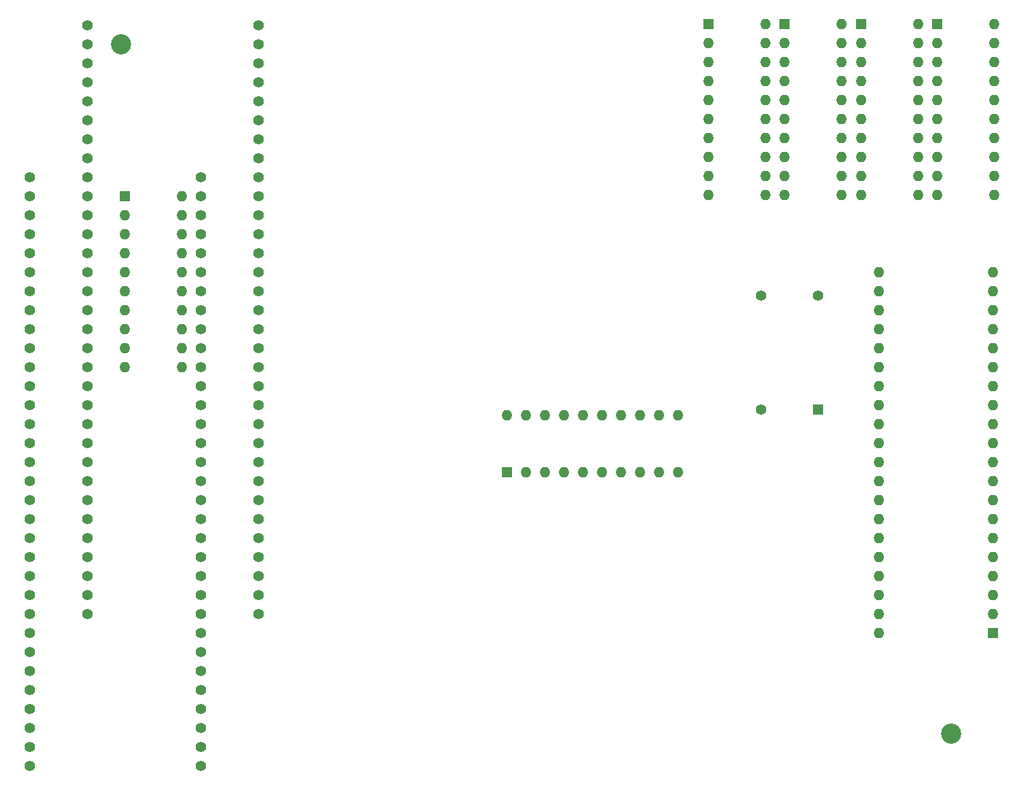
<source format=gbr>
%TF.GenerationSoftware,KiCad,Pcbnew,(5.1.12)-1*%
%TF.CreationDate,2022-12-05T14:55:25+01:00*%
%TF.ProjectId,atonceplus,61746f6e-6365-4706-9c75-732e6b696361,rev?*%
%TF.SameCoordinates,Original*%
%TF.FileFunction,Soldermask,Bot*%
%TF.FilePolarity,Negative*%
%FSLAX46Y46*%
G04 Gerber Fmt 4.6, Leading zero omitted, Abs format (unit mm)*
G04 Created by KiCad (PCBNEW (5.1.12)-1) date 2022-12-05 14:55:25*
%MOMM*%
%LPD*%
G01*
G04 APERTURE LIST*
%ADD10C,2.700000*%
%ADD11C,1.400000*%
%ADD12R,1.400000X1.400000*%
%ADD13O,1.400000X1.400000*%
G04 APERTURE END LIST*
D10*
%TO.C,REF\u002A\u002A*%
X209270000Y-135270000D03*
%TD*%
%TO.C,REF\u002A\u002A*%
X98350000Y-43050000D03*
%TD*%
D11*
%TO.C,J1*%
X109020000Y-139580000D03*
X109020000Y-137040000D03*
X109020000Y-134500000D03*
X109020000Y-131960000D03*
X109020000Y-129420000D03*
X109020000Y-126880000D03*
X109020000Y-124340000D03*
X109020000Y-121800000D03*
X109020000Y-119260000D03*
X109020000Y-116720000D03*
X109020000Y-114180000D03*
X109020000Y-111640000D03*
X109020000Y-109100000D03*
X109020000Y-106560000D03*
X109020000Y-104020000D03*
X109020000Y-101480000D03*
X109020000Y-98940000D03*
X109020000Y-96400000D03*
X109020000Y-93860000D03*
X109020000Y-91320000D03*
X109020000Y-88780000D03*
X109020000Y-86240000D03*
X109020000Y-83700000D03*
X109020000Y-81160000D03*
X109020000Y-78620000D03*
X109020000Y-76080000D03*
X109020000Y-73540000D03*
X109020000Y-71000000D03*
X109020000Y-68460000D03*
X109020000Y-65920000D03*
X109020000Y-63380000D03*
X109020000Y-60840000D03*
X86160000Y-60840000D03*
X86160000Y-63380000D03*
X86160000Y-65920000D03*
X86160000Y-68460000D03*
X86160000Y-71000000D03*
X86160000Y-73540000D03*
X86160000Y-76080000D03*
X86160000Y-78620000D03*
X86160000Y-81160000D03*
X86160000Y-83700000D03*
X86160000Y-86240000D03*
X86160000Y-88780000D03*
X86160000Y-91320000D03*
X86160000Y-93860000D03*
X86160000Y-96400000D03*
X86160000Y-98940000D03*
X86160000Y-101480000D03*
X86160000Y-104020000D03*
X86160000Y-106560000D03*
X86160000Y-109100000D03*
X86160000Y-111640000D03*
X86160000Y-114180000D03*
X86160000Y-116720000D03*
X86160000Y-119260000D03*
X86160000Y-121800000D03*
X86160000Y-124340000D03*
X86160000Y-126880000D03*
X86160000Y-129420000D03*
X86160000Y-131960000D03*
X86160000Y-134500000D03*
X86160000Y-137040000D03*
X86160000Y-139580000D03*
%TD*%
%TO.C,J2*%
X93890000Y-119250000D03*
X93890000Y-116710000D03*
X93890000Y-114170000D03*
X93890000Y-111630000D03*
X93890000Y-109090000D03*
X93890000Y-106550000D03*
X93890000Y-104010000D03*
X93890000Y-101470000D03*
X93890000Y-98930000D03*
X93890000Y-96390000D03*
X93890000Y-93850000D03*
X93890000Y-91310000D03*
X93890000Y-88770000D03*
X93890000Y-86230000D03*
X93890000Y-83690000D03*
X93890000Y-81150000D03*
X93890000Y-78610000D03*
X93890000Y-76070000D03*
X93890000Y-73530000D03*
X93890000Y-70990000D03*
X93890000Y-68450000D03*
X93890000Y-65910000D03*
X93890000Y-63370000D03*
X93890000Y-60830000D03*
X93890000Y-58290000D03*
X93890000Y-55750000D03*
X93890000Y-53210000D03*
X93890000Y-50670000D03*
X93890000Y-48130000D03*
X93890000Y-45590000D03*
X93890000Y-43050000D03*
X93890000Y-40510000D03*
X116750000Y-40510000D03*
X116750000Y-43050000D03*
X116750000Y-45590000D03*
X116750000Y-48130000D03*
X116750000Y-50670000D03*
X116750000Y-53210000D03*
X116750000Y-55750000D03*
X116750000Y-58290000D03*
X116750000Y-60830000D03*
X116750000Y-63370000D03*
X116750000Y-65910000D03*
X116750000Y-68450000D03*
X116750000Y-70990000D03*
X116750000Y-73530000D03*
X116750000Y-76070000D03*
X116750000Y-78610000D03*
X116750000Y-81150000D03*
X116750000Y-83690000D03*
X116750000Y-86230000D03*
X116750000Y-88770000D03*
X116750000Y-91310000D03*
X116750000Y-93850000D03*
X116750000Y-96390000D03*
X116750000Y-98930000D03*
X116750000Y-101470000D03*
X116750000Y-104010000D03*
X116750000Y-106550000D03*
X116750000Y-109090000D03*
X116750000Y-111630000D03*
X116750000Y-114170000D03*
X116750000Y-116710000D03*
X116750000Y-119250000D03*
%TD*%
D12*
%TO.C,Q1*%
X191540000Y-91930000D03*
D11*
X183920000Y-91930000D03*
X183920000Y-76690000D03*
X191540000Y-76690000D03*
%TD*%
D12*
%TO.C,U14*%
X214890000Y-121820000D03*
D13*
X199650000Y-73560000D03*
X214890000Y-119280000D03*
X199650000Y-76100000D03*
X214890000Y-116740000D03*
X199650000Y-78640000D03*
X214890000Y-114200000D03*
X199650000Y-81180000D03*
X214890000Y-111660000D03*
X199650000Y-83720000D03*
X214890000Y-109120000D03*
X199650000Y-86260000D03*
X214890000Y-106580000D03*
X199650000Y-88800000D03*
X214890000Y-104040000D03*
X199650000Y-91340000D03*
X214890000Y-101500000D03*
X199650000Y-93880000D03*
X214890000Y-98960000D03*
X199650000Y-96420000D03*
X214890000Y-96420000D03*
X199650000Y-98960000D03*
X214890000Y-93880000D03*
X199650000Y-101500000D03*
X214890000Y-91340000D03*
X199650000Y-104040000D03*
X214890000Y-88800000D03*
X199650000Y-106580000D03*
X214890000Y-86260000D03*
X199650000Y-109120000D03*
X214890000Y-83720000D03*
X199650000Y-111660000D03*
X214890000Y-81180000D03*
X199650000Y-114200000D03*
X214890000Y-78640000D03*
X199650000Y-116740000D03*
X214890000Y-76100000D03*
X199650000Y-119280000D03*
X214890000Y-73560000D03*
X199650000Y-121820000D03*
%TD*%
%TO.C,U22*%
X149920000Y-92660000D03*
X172780000Y-100280000D03*
X152460000Y-92660000D03*
X170240000Y-100280000D03*
X155000000Y-92660000D03*
X167700000Y-100280000D03*
X157540000Y-92660000D03*
X165160000Y-100280000D03*
X160080000Y-92660000D03*
X162620000Y-100280000D03*
X162620000Y-92660000D03*
X160080000Y-100280000D03*
X165160000Y-92660000D03*
X157540000Y-100280000D03*
X167700000Y-92660000D03*
X155000000Y-100280000D03*
X170240000Y-92660000D03*
X152460000Y-100280000D03*
X172780000Y-92660000D03*
D12*
X149920000Y-100280000D03*
%TD*%
%TO.C,U44*%
X98870000Y-63380000D03*
D13*
X106490000Y-86240000D03*
X98870000Y-65920000D03*
X106490000Y-83700000D03*
X98870000Y-68460000D03*
X106490000Y-81160000D03*
X98870000Y-71000000D03*
X106490000Y-78620000D03*
X98870000Y-73540000D03*
X106490000Y-76080000D03*
X98870000Y-76080000D03*
X106490000Y-73540000D03*
X98870000Y-78620000D03*
X106490000Y-71000000D03*
X98870000Y-81160000D03*
X106490000Y-68460000D03*
X98870000Y-83700000D03*
X106490000Y-65920000D03*
X98870000Y-86240000D03*
X106490000Y-63380000D03*
%TD*%
%TO.C,U31*%
X215070000Y-40360000D03*
X207450000Y-63220000D03*
X215070000Y-42900000D03*
X207450000Y-60680000D03*
X215070000Y-45440000D03*
X207450000Y-58140000D03*
X215070000Y-47980000D03*
X207450000Y-55600000D03*
X215070000Y-50520000D03*
X207450000Y-53060000D03*
X215070000Y-53060000D03*
X207450000Y-50520000D03*
X215070000Y-55600000D03*
X207450000Y-47980000D03*
X215070000Y-58140000D03*
X207450000Y-45440000D03*
X215070000Y-60680000D03*
X207450000Y-42900000D03*
X215070000Y-63220000D03*
D12*
X207450000Y-40360000D03*
%TD*%
%TO.C,U32*%
X197230000Y-40360000D03*
D13*
X204850000Y-63220000D03*
X197230000Y-42900000D03*
X204850000Y-60680000D03*
X197230000Y-45440000D03*
X204850000Y-58140000D03*
X197230000Y-47980000D03*
X204850000Y-55600000D03*
X197230000Y-50520000D03*
X204850000Y-53060000D03*
X197230000Y-53060000D03*
X204850000Y-50520000D03*
X197230000Y-55600000D03*
X204850000Y-47980000D03*
X197230000Y-58140000D03*
X204850000Y-45440000D03*
X197230000Y-60680000D03*
X204850000Y-42900000D03*
X197230000Y-63220000D03*
X204850000Y-40360000D03*
%TD*%
D12*
%TO.C,U33*%
X187060000Y-40360000D03*
D13*
X194680000Y-63220000D03*
X187060000Y-42900000D03*
X194680000Y-60680000D03*
X187060000Y-45440000D03*
X194680000Y-58140000D03*
X187060000Y-47980000D03*
X194680000Y-55600000D03*
X187060000Y-50520000D03*
X194680000Y-53060000D03*
X187060000Y-53060000D03*
X194680000Y-50520000D03*
X187060000Y-55600000D03*
X194680000Y-47980000D03*
X187060000Y-58140000D03*
X194680000Y-45440000D03*
X187060000Y-60680000D03*
X194680000Y-42900000D03*
X187060000Y-63220000D03*
X194680000Y-40360000D03*
%TD*%
%TO.C,U34*%
X184450000Y-40360000D03*
X176830000Y-63220000D03*
X184450000Y-42900000D03*
X176830000Y-60680000D03*
X184450000Y-45440000D03*
X176830000Y-58140000D03*
X184450000Y-47980000D03*
X176830000Y-55600000D03*
X184450000Y-50520000D03*
X176830000Y-53060000D03*
X184450000Y-53060000D03*
X176830000Y-50520000D03*
X184450000Y-55600000D03*
X176830000Y-47980000D03*
X184450000Y-58140000D03*
X176830000Y-45440000D03*
X184450000Y-60680000D03*
X176830000Y-42900000D03*
X184450000Y-63220000D03*
D12*
X176830000Y-40360000D03*
%TD*%
M02*

</source>
